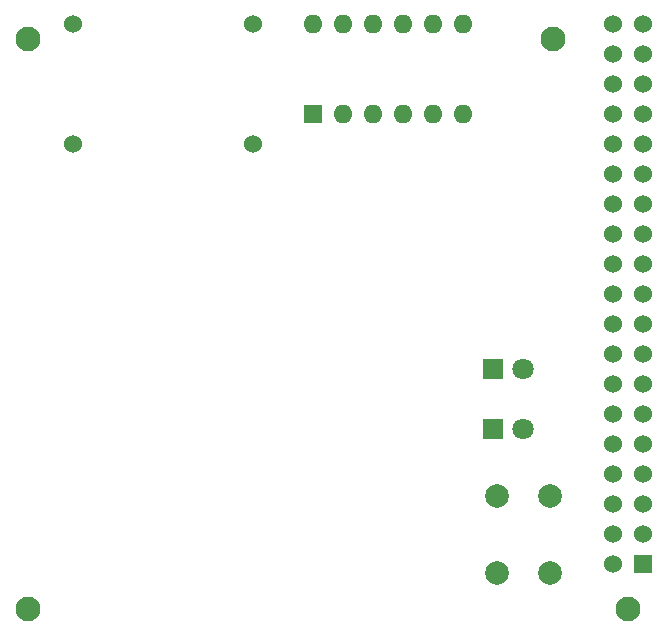
<source format=gbr>
%TF.GenerationSoftware,KiCad,Pcbnew,7.0.10*%
%TF.CreationDate,2024-05-08T17:26:41+09:00*%
%TF.ProjectId,yashica8,79617368-6963-4613-982e-6b696361645f,rev?*%
%TF.SameCoordinates,Original*%
%TF.FileFunction,Soldermask,Bot*%
%TF.FilePolarity,Negative*%
%FSLAX46Y46*%
G04 Gerber Fmt 4.6, Leading zero omitted, Abs format (unit mm)*
G04 Created by KiCad (PCBNEW 7.0.10) date 2024-05-08 17:26:41*
%MOMM*%
%LPD*%
G01*
G04 APERTURE LIST*
%ADD10C,2.100000*%
%ADD11R,1.800000X1.800000*%
%ADD12C,1.800000*%
%ADD13C,2.000000*%
%ADD14R,1.524000X1.524000*%
%ADD15C,1.524000*%
%ADD16R,1.600000X1.600000*%
%ADD17O,1.600000X1.600000*%
G04 APERTURE END LIST*
D10*
%TO.C,REF\u002A\u002A*%
X28590000Y52530000D03*
%TD*%
D11*
%TO.C,D2*%
X23510000Y24590000D03*
D12*
X26050000Y24590000D03*
%TD*%
D13*
%TO.C,SW2*%
X23800000Y7370000D03*
X23800000Y13870000D03*
X28300000Y7370000D03*
X28300000Y13870000D03*
%TD*%
D10*
%TO.C,REF\u002A\u002A*%
X-15860000Y52530000D03*
%TD*%
D14*
%TO.C,J1*%
X36210000Y8080000D03*
D15*
X33670000Y8080000D03*
X36210000Y10620000D03*
X33670000Y10620000D03*
X36210000Y13160000D03*
X33670000Y13160000D03*
X36210000Y15700000D03*
X33670000Y15700000D03*
X36210000Y18240000D03*
X33670000Y18240000D03*
X36210000Y20780000D03*
X33670000Y20780000D03*
X36210000Y23320000D03*
X33670000Y23320000D03*
X36210000Y25860000D03*
X33670000Y25860000D03*
X36210000Y28400000D03*
X33670000Y28400000D03*
X36210000Y30940000D03*
X33670000Y30940000D03*
X36210000Y33480000D03*
X33670000Y33480000D03*
X36210000Y36020000D03*
X33670000Y36020000D03*
X36210000Y38560000D03*
X33670000Y38560000D03*
X36210000Y41100000D03*
X33670000Y41100000D03*
X36210000Y43640000D03*
X33670000Y43640000D03*
X36210000Y46180000D03*
X33670000Y46180000D03*
X36210000Y48720000D03*
X33670000Y48720000D03*
X36210000Y51260000D03*
X33670000Y51260000D03*
X36210000Y53800000D03*
X33670000Y53800000D03*
%TD*%
%TO.C,U2*%
X-12050000Y43640000D03*
X-12050000Y53800000D03*
X3190000Y43640000D03*
X3190000Y53800000D03*
%TD*%
D11*
%TO.C,D1*%
X23510000Y19510000D03*
D12*
X26050000Y19510000D03*
%TD*%
D16*
%TO.C,SW1*%
X8270000Y46180000D03*
D17*
X10810000Y46180000D03*
X13350000Y46180000D03*
X15890000Y46180000D03*
X18430000Y46180000D03*
X20970000Y46180000D03*
X20970000Y53800000D03*
X18430000Y53800000D03*
X15890000Y53800000D03*
X13350000Y53800000D03*
X10810000Y53800000D03*
X8270000Y53800000D03*
%TD*%
D10*
%TO.C,REF\u002A\u002A*%
X-15860000Y4270000D03*
%TD*%
%TO.C,REF\u002A\u002A*%
X34940000Y4270000D03*
%TD*%
M02*

</source>
